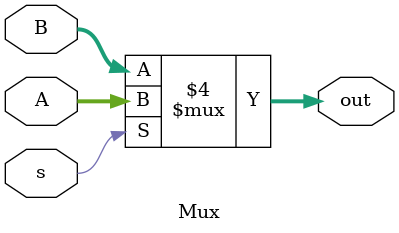
<source format=v>
module Mux #(parameter width = 32) (input [width-1:0]A, 
                                    input [width-1:0]B, 
                                    input s, output reg [width-1:0]out);
  
  initial out = 0; 

  always @(*) begin
    if(s) out = A; 
    else  out = B; 
  end

endmodule
</source>
